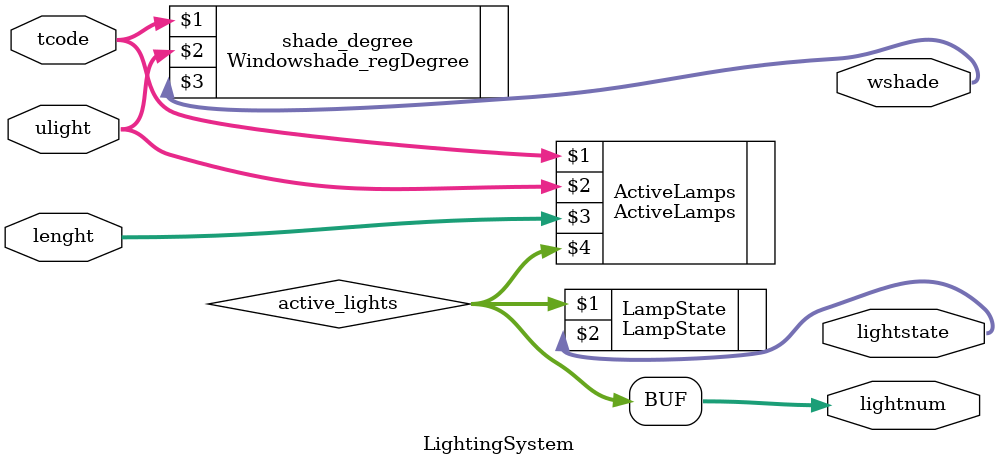
<source format=v>
/*--  *******************************************************
--  Computer Architecture Course, Laboratory Sources 
--  Amirkabir University of Technology (Tehran Polytechnic)
--  Department of Computer Engineering (CE-AUT)
--  https://ce[dot]aut[dot]ac[dot]ir
--  *******************************************************
--  All Rights reserved (C) 2019-2020
--  *******************************************************
--  Student ID  : 
--  Student Name: 
--  Student Mail: 
--  *******************************************************
--  Additional Comments:
--
--*/

/*-----------------------------------------------------------
---  Module Name: Lighting System
---  Description: Module4: 
-----------------------------------------------------------*/
`timescale 1 ns/1 ns 

module LightingSystem (
	input  [ 3:0] tcode      , // time code    [table2 time code   ]
	input  [ 3:0] ulight     , // user light   [light degree mode  ]
	input  [ 3:0] lenght     , // room length  [square room lenght ]
	output [ 3:0] wshade     , // shade level  [window shade level ]
	output [ 3:0] lightnum   , // number on    [number of active   ]
	output [15:0] lightstate   // lights state [lights state decode]
);

	/* write your code here */
	reg [ 3:0] w_lightnum;
	wire [3:0] active_lights ;
	assign lightnum = active_lights;
	
	ActiveLamps ActiveLamps(tcode  , ulight , lenght,active_lights);
	LampState LampState(active_lights, lightstate);
	Windowshade_regDegree shade_degree(tcode  , ulight , wshade);
	/* write your code here */

endmodule

</source>
